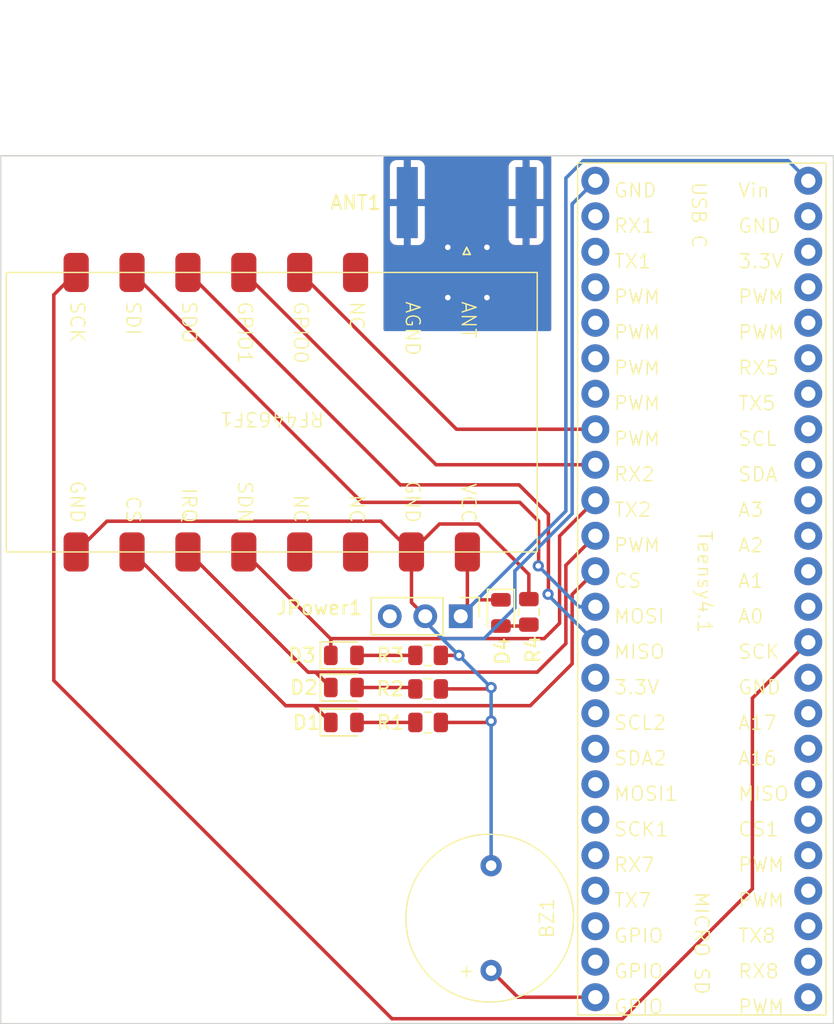
<source format=kicad_pcb>
(kicad_pcb (version 20240108) (generator "pcbnew") (generator_version "8.0")
  (layers (0 "F.Cu" signal) (31 "B.Cu" signal) (34 "B.Paste" user) (35 "F.Paste" user) (36 "B.SilkS" user "B.Silkscreen") (37 "F.SilkS" user "F.Silkscreen") (38 "B.Mask" user) (39 "F.Mask" user) (44 "Edge.Cuts" user))
  (net 0 "")
  (net 1 "Net-(ANT1-In)")
  (net 2 "Net-(ANT1-Ext)")
  (net 3 "/5V")
  (net 4 "/GND")
  (net 12 "/GPIO1")
  (net 13 "/GPIO0")
  (net 14 "/SDN")
  (net 15 "/IRQ")
  (net 16 "/CS")
  (net 17 "/MOSI")
  (net 18 "/MISO")
  (net 19 "/SCK")
  (net 38 "Net-(BZ1-+)")
  (net 55 "Net-(D1-A)")
  (net 56 "Net-(D2-A)")
  (net 57 "Net-(D3-A)")
  (net 58 "Net-(D4-A)")
  (footprint "Avionics:RF4463F30" (layer "F.Cu") (at 127 85.2 180)
    (property "Reference" "RF4463F1" (at 0 -0.5 180) (layer "F.SilkS") (effects (font (thickness 0.1))))
    (property "Value" "~" (hide yes))
    (fp_rect (start -19 -10) (end 19 10) (stroke (width 0.1)) (fill none) (layer "F.SilkS"))
    (fp_text user "AGND" (at -9.5 8 -90) (layer "F.SilkS") (effects (font (thickness 0.1)) (justify left bottom)))
    (fp_text user "SDI" (at 10.5 8 -90) (layer "F.SilkS") (effects (font (thickness 0.1)) (justify left bottom)))
    (fp_text user "GPIO1" (at 2.5 8 -90) (layer "F.SilkS") (effects (font (thickness 0.1)) (justify left bottom)))
    (fp_text user "GPIO0" (at -1.5 8 -90) (layer "F.SilkS") (effects (font (thickness 0.1)) (justify left bottom)))
    (fp_text user "NC" (at -5.5 8 -90) (layer "F.SilkS") (effects (font (thickness 0.1)) (justify left bottom)))
    (fp_text user "CS" (at 10.5 -8 -90) (layer "F.SilkS") (effects (font (thickness 0.1)) (justify right bottom)))
    (fp_text user "GND" (at -9.5 -8 -90) (layer "F.SilkS") (effects (font (thickness 0.1)) (justify right bottom)))
    (fp_text user "GND" (at 14.5 -8 -90) (layer "F.SilkS") (effects (font (thickness 0.1)) (justify right bottom)))
    (fp_text user "SCK" (at 14.5 8 -90) (layer "F.SilkS") (effects (font (thickness 0.1)) (justify left bottom)))
    (fp_text user "NC" (at -5.5 -8 -90) (layer "F.SilkS") (effects (font (thickness 0.1)) (justify right bottom)))
    (fp_text user "IRQ" (at 6.5 -8 -90) (layer "F.SilkS") (effects (font (thickness 0.1)) (justify right bottom)))
    (fp_text user "ANT" (at -13.5 8 -90) (layer "F.SilkS") (effects (font (thickness 0.1)) (justify left bottom)))
    (fp_text user "NC" (at -1.5 -8 -90) (layer "F.SilkS") (effects (font (thickness 0.1)) (justify right bottom)))
    (fp_text user "SDO" (at 6.5 8 -90) (layer "F.SilkS") (effects (font (thickness 0.1)) (justify left bottom)))
    (fp_text user "VCC" (at -13.5 -8 -90) (layer "F.SilkS") (effects (font (thickness 0.1)) (justify right bottom)))
    (fp_text user "SDN" (at 2.5 -8 -90) (layer "F.SilkS") (effects (font (thickness 0.1)) (justify right bottom)))
    (pad "1" smd roundrect (at -14 -10 270) (size 2.8 1.8) (layers "F.Cu" "F.Paste" "F.Mask") (net 3 "/5V"))
    (pad "2" smd roundrect (at -10 -10 270) (size 2.8 1.8) (layers "F.Cu" "F.Paste" "F.Mask") (net 4 "/GND"))
    (pad "3" smd roundrect (at -6 -10 270) (size 2.8 1.8) (layers "F.Cu" "F.Paste" "F.Mask"))
    (pad "4" smd roundrect (at -2 -10 270) (size 2.8 1.8) (layers "F.Cu" "F.Paste" "F.Mask"))
    (pad "5" smd roundrect (at 2 -10 270) (size 2.8 1.8) (layers "F.Cu" "F.Paste" "F.Mask") (net 14 "/SDN"))
    (pad "6" smd roundrect (at 6 -10 270) (size 2.8 1.8) (layers "F.Cu" "F.Paste" "F.Mask") (net 15 "/IRQ"))
    (pad "7" smd roundrect (at 10 -10 270) (size 2.8 1.8) (layers "F.Cu" "F.Paste" "F.Mask") (net 16 "/CS"))
    (pad "8" smd roundrect (at 14 -10 270) (size 2.8 1.8) (layers "F.Cu" "F.Paste" "F.Mask") (net 4 "/GND"))
    (pad "9" smd roundrect (at 14 10 270) (size 2.8 1.8) (layers "F.Cu" "F.Paste" "F.Mask") (net 19 "/SCK"))
    (pad "10" smd roundrect (at 10 10 270) (size 2.8 1.8) (layers "F.Cu" "F.Paste" "F.Mask") (net 17 "/MOSI"))
    (pad "11" smd roundrect (at 6 10 270) (size 2.8 1.8) (layers "F.Cu" "F.Paste" "F.Mask") (net 18 "/MISO"))
    (pad "12" smd roundrect (at 2 10 270) (size 2.8 1.8) (layers "F.Cu" "F.Paste" "F.Mask") (net 12 "/GPIO1"))
    (pad "13" smd roundrect (at -2 10 270) (size 2.8 1.8) (layers "F.Cu" "F.Paste" "F.Mask") (net 13 "/GPIO0"))
    (pad "14" smd roundrect (at -6 10 270) (size 2.8 1.8) (layers "F.Cu" "F.Paste" "F.Mask"))
    (pad "15" smd roundrect (at -10 10 270) (size 2.8 1.8) (layers "F.Cu" "F.Paste" "F.Mask") (net 2 "Net-(ANT1-Ext)"))
    (pad "16" smd roundrect (at -14 10 270) (size 2.8 1.8) (layers "F.Cu" "F.Paste" "F.Mask") (net 1 "Net-(ANT1-In)"))
  )
  (footprint "Resistor_SMD:R_0805_2012Metric" (layer "F.Cu") (at 138.1875 105)
    (property "Reference" "R2" (at -2.7125 0 360) (layer "F.SilkS"))
    (property "Value" "10k" (hide yes))
    (fp_line (start -0.227064 -0.735) (end 0.227064 -0.735) (stroke (width 0.12)) (layer "F.SilkS"))
    (fp_line (start -0.227064 0.735) (end 0.227064 0.735) (stroke (width 0.12)) (layer "F.SilkS"))
    (pad "1" smd roundrect (at -0.9125 0) (size 1.025 1.4) (layers "F.Cu" "F.Paste" "F.Mask") (roundrect_rratio 0.243902) (net 56 "Net-(D2-A)"))
    (pad "2" smd roundrect (at 0.9125 0) (size 1.025 1.4) (layers "F.Cu" "F.Paste" "F.Mask") (roundrect_rratio 0.243902) (net 4 "/GND"))
  )
  (footprint "Resistor_SMD:R_0805_2012Metric" (layer "F.Cu") (at 138.1875 102.6)
    (property "Reference" "R3" (at -2.6875 0 360) (layer "F.SilkS"))
    (property "Value" "10k" (hide yes))
    (fp_line (start -0.227064 -0.735) (end 0.227064 -0.735) (stroke (width 0.12)) (layer "F.SilkS"))
    (fp_line (start -0.227064 0.735) (end 0.227064 0.735) (stroke (width 0.12)) (layer "F.SilkS"))
    (pad "1" smd roundrect (at -0.9125 0) (size 1.025 1.4) (layers "F.Cu" "F.Paste" "F.Mask") (roundrect_rratio 0.243902) (net 57 "Net-(D3-A)"))
    (pad "2" smd roundrect (at 0.9125 0) (size 1.025 1.4) (layers "F.Cu" "F.Paste" "F.Mask") (roundrect_rratio 0.243902) (net 4 "/GND"))
  )
  (footprint "LED_SMD:LED_0805_2012Metric" (layer "F.Cu") (at 132.1625 104.9)
    (property "Reference" "D2" (at -2.8625 0 360) (layer "F.SilkS"))
    (property "Value" "LED" (hide yes))
    (fp_line (start -1.685 -0.96) (end -1.685 0.96) (stroke (width 0.12)) (layer "F.SilkS"))
    (fp_line (start -1.685 0.96) (end 1 0.96) (stroke (width 0.12)) (layer "F.SilkS"))
    (fp_line (start 1 -0.96) (end -1.685 -0.96) (stroke (width 0.12)) (layer "F.SilkS"))
    (pad "1" smd roundrect (at -0.9375 0) (size 0.975 1.4) (layers "F.Cu" "F.Paste" "F.Mask") (net 15 "/IRQ"))
    (pad "2" smd roundrect (at 0.9375 0) (size 0.975 1.4) (layers "F.Cu" "F.Paste" "F.Mask") (net 56 "Net-(D2-A)"))
  )
  (footprint "Connector_PinHeader_2.54mm:PinHeader_1x03_P2.54mm_Vertical" (layer "F.Cu") (at 140.525 99.8 -90)
    (property "Reference" "JPower1" (at -0.6 10.125 180) (layer "F.SilkS"))
    (property "Value" "Conn_01x03_Pin" (hide yes))
    (fp_line (start -1.33 6.41) (end 1.33 6.41) (stroke (width 0.12)) (layer "F.SilkS"))
    (fp_line (start -1.33 1.27) (end -1.33 6.41) (stroke (width 0.12)) (layer "F.SilkS"))
    (fp_line (start -1.33 1.27) (end 1.33 1.27) (stroke (width 0.12)) (layer "F.SilkS"))
    (fp_line (start 1.33 1.27) (end 1.33 6.41) (stroke (width 0.12)) (layer "F.SilkS"))
    (fp_line (start -1.33 0) (end -1.33 -1.33) (stroke (width 0.12)) (layer "F.SilkS"))
    (fp_line (start -1.33 -1.33) (end 0 -1.33) (stroke (width 0.12)) (layer "F.SilkS"))
    (pad "1" thru_hole rect (at 0 0 270) (size 1.7 1.7) (drill 1) (layers "*.Cu" "*.Mask") (net 3 "/5V"))
    (pad "2" thru_hole oval (at 0 2.54 270) (size 1.7 1.7) (drill 1) (layers "*.Cu" "*.Mask") (net 4 "/GND"))
    (pad "3" thru_hole oval (at 0 5.08 270) (size 1.7 1.7) (drill 1) (layers "*.Cu" "*.Mask"))
  )
  (footprint "MountingHole:MountingHole_2.2mm_M2" (layer "F.Cu") (at 110.1 69.3)
    (property "Reference" "H1" (hide yes))
    (property "Value" "MountingHole" (hide yes))
    (pad "" np_thru_hole circle (at 0 0) (size 2.2 2.2) (drill 2.2) (layers "*.Cu" "*.Mask"))
  )
  (footprint "Avionics:Adafruit_5V_Buzzer" (layer "F.Cu") (at 147.2 121.4 90)
    (property "Reference" "BZ1" (at 0 -0.5 90) (layer "F.SilkS") (effects (font (thickness 0.1))))
    (property "Value" "Buzzer")
    (fp_circle (center 0 -4.6) (end 6 -4.75) (stroke (width 0.1)) (fill none) (layer "F.SilkS"))
    (fp_text user "+" (at -4.5 -5.75 90) (layer "F.SilkS") (effects (font (thickness 0.1)) (justify left bottom)))
    (pad "1" thru_hole circle (at -3.75 -4.5 90) (size 1.524 1.524) (drill 0.762) (layers "*.Cu" "*.Mask") (net 38 "Net-(BZ1-+)"))
    (pad "2" thru_hole circle (at 3.75 -4.5 90) (size 1.524 1.524) (drill 0.762) (layers "*.Cu" "*.Mask") (net 4 "/GND"))
  )
  (footprint "Connector_Coaxial:SMA_Amphenol_132289_EdgeMount" (layer "F.Cu") (at 140.95 70.2 90)
    (property "Reference" "ANT1" (at 0 -7.95 0) (layer "F.SilkS"))
    (property "Value" "Conn_Coaxial" (hide yes))
    (fp_line (start -3.71 -0.25) (end -3.71 0.25) (stroke (width 0.12)) (layer "F.SilkS"))
    (fp_line (start -3.21 0) (end -3.71 -0.25) (stroke (width 0.12)) (layer "F.SilkS"))
    (fp_line (start -3.71 0.25) (end -3.21 0) (stroke (width 0.12)) (layer "F.SilkS"))
    (pad "1" smd rect (at 0 0 180) (size 1.5 5.08) (layers "F.Cu" "F.Paste" "F.Mask") (net 1 "Net-(ANT1-In)"))
    (pad "2" smd rect (at 0 -4.25 180) (size 1.5 5.08) (layers "F.Cu" "F.Paste" "F.Mask") (net 2 "Net-(ANT1-Ext)"))
    (pad "2" smd rect (at 0 -4.25 180) (size 1.5 5.08) (layers "B.Cu" "B.Paste" "B.Mask") (net 2 "Net-(ANT1-Ext)"))
    (pad "2" smd rect (at 0 4.25 180) (size 1.5 5.08) (layers "F.Cu" "F.Paste" "F.Mask") (net 2 "Net-(ANT1-Ext)"))
    (pad "2" smd rect (at 0 4.25 180) (size 1.5 5.08) (layers "B.Cu" "B.Paste" "B.Mask") (net 2 "Net-(ANT1-Ext)"))
  )
  (footprint "Avionics:Teensy_4.1" (layer "F.Cu") (at 157.78 97.85)
    (property "Reference" "Teensy4.1" (at 0.2 -0.5 -90) (layer "F.SilkS") (effects (font (thickness 0.1))))
    (property "Value" "~")
    (fp_line (start -8.89 -1.27) (end -8.89 -30.48) (stroke (width 0.1)) (layer "F.SilkS"))
    (fp_line (start -8.89 -1.27) (end -8.89 0) (stroke (width 0.1)) (layer "F.SilkS"))
    (fp_line (start -8.89 0) (end -8.89 30.48) (stroke (width 0.1)) (layer "F.SilkS"))
    (fp_line (start -8.89 30.48) (end 8.89 30.48) (stroke (width 0.1)) (layer "F.SilkS"))
    (fp_line (start 8.89 -30.48) (end -8.89 -30.48) (stroke (width 0.1)) (layer "F.SilkS"))
    (fp_line (start 8.89 -30.48) (end 8.89 -2.54) (stroke (width 0.1)) (layer "F.SilkS"))
    (fp_line (start 8.89 30.48) (end 8.89 -2.54) (stroke (width 0.1)) (layer "F.SilkS"))
    (fp_text user "GPIO" (at -6.35 30.48 0) (layer "F.SilkS") (effects (font (thickness 0.1)) (justify left bottom)))
    (fp_text user "MOSI1" (at -6.35 15.24 0) (layer "F.SilkS") (effects (font (thickness 0.1)) (justify left bottom)))
    (fp_text user "PWM" (at 2.54 -17.78 0) (layer "F.SilkS") (effects (font (thickness 0.1)) (justify left bottom)))
    (fp_text user "MISO" (at -6.35 5.08 0) (layer "F.SilkS") (effects (font (thickness 0.1)) (justify left bottom)))
    (fp_text user "TX8" (at 2.54 25.4 0) (layer "F.SilkS") (effects (font (thickness 0.1)) (justify left bottom)))
    (fp_text user "3.3V" (at 2.54 -22.86 0) (layer "F.SilkS") (effects (font (thickness 0.1)) (justify left bottom)))
    (fp_text user "GND" (at -6.35 -27.94 0) (layer "F.SilkS") (effects (font (thickness 0.1)) (justify left bottom)))
    (fp_text user "PWM" (at -6.35 -15.24 0) (layer "F.SilkS") (effects (font (thickness 0.1)) (justify left bottom)))
    (fp_text user "A1" (at 2.54 0 0) (layer "F.SilkS") (effects (font (thickness 0.1)) (justify left bottom)))
    (fp_text user "GPIO" (at -6.35 27.94 0) (layer "F.SilkS") (effects (font (thickness 0.1)) (justify left bottom)))
    (fp_text user "TX1" (at -6.35 -22.86 0) (layer "F.SilkS") (effects (font (thickness 0.1)) (justify left bottom)))
    (fp_text user "GND" (at 2.54 -25.4 0) (layer "F.SilkS") (effects (font (thickness 0.1)) (justify left bottom)))
    (fp_text user "PWM" (at -6.35 -2.54 0) (layer "F.SilkS") (effects (font (thickness 0.1)) (justify left bottom)))
    (fp_text user "SCL2" (at -6.35 10.16 0) (layer "F.SilkS") (effects (font (thickness 0.1)) (justify left bottom)))
    (fp_text user "RX1" (at -6.35 -25.4 0) (layer "F.SilkS") (effects (font (thickness 0.1)) (justify left bottom)))
    (fp_text user "MICRO SD" (at -0.6 21.59 -90) (layer "F.SilkS") (effects (font (thickness 0.1)) (justify left bottom)))
    (fp_text user "SCL" (at 2.54 -10.16 0) (layer "F.SilkS") (effects (font (thickness 0.1)) (justify left bottom)))
    (fp_text user "PWM" (at 2.54 20.32 0) (layer "F.SilkS") (effects (font (thickness 0.1)) (justify left bottom)))
    (fp_text user "PWM" (at 2.54 30.48 0) (layer "F.SilkS") (effects (font (thickness 0.1)) (justify left bottom)))
    (fp_text user "RX8" (at 2.54 27.94 0) (layer "F.SilkS") (effects (font (thickness 0.1)) (justify left bottom)))
    (fp_text user "RX5" (at 2.54 -15.24 0) (layer "F.SilkS") (effects (font (thickness 0.1)) (justify left bottom)))
    (fp_text user "SCK" (at 2.54 5.08 0) (layer "F.SilkS") (effects (font (thickness 0.1)) (justify left bottom)))
    (fp_text user "CS" (at -6.35 0 0) (layer "F.SilkS") (effects (font (thickness 0.1)) (justify left bottom)))
    (fp_text user "TX2" (at -6.35 -5.08 0) (layer "F.SilkS") (effects (font (thickness 0.1)) (justify left bottom)))
    (fp_text user "USB C" (at -0.8 -29.2 -90) (layer "F.SilkS") (effects (font (thickness 0.1)) (justify left bottom)))
    (fp_text user "TX5" (at 2.54 -12.7 0) (layer "F.SilkS") (effects (font (thickness 0.1)) (justify left bottom)))
    (fp_text user "SDA" (at 2.54 -7.62 0) (layer "F.SilkS") (effects (font (thickness 0.1)) (justify left bottom)))
    (fp_text user "TX7" (at -6.35 22.86 0) (layer "F.SilkS") (effects (font (thickness 0.1)) (justify left bottom)))
    (fp_text user "GND" (at 2.54 7.62 0) (layer "F.SilkS") (effects (font (thickness 0.1)) (justify left bottom)))
    (fp_text user "SCK1" (at -6.35 17.78 0) (layer "F.SilkS") (effects (font (thickness 0.1)) (justify left bottom)))
    (fp_text user "PWM" (at -6.35 -12.7 0) (layer "F.SilkS") (effects (font (thickness 0.1)) (justify left bottom)))
    (fp_text user "3.3V" (at -6.35 7.62 0) (layer "F.SilkS") (effects (font (thickness 0.1)) (justify left bottom)))
    (fp_text user "CS1" (at 2.54 17.78 0) (layer "F.SilkS") (effects (font (thickness 0.1)) (justify left bottom)))
    (fp_text user "RX2" (at -6.35 -7.62 0) (layer "F.SilkS") (effects (font (thickness 0.1)) (justify left bottom)))
    (fp_text user "MOSI" (at -6.35 2.54 0) (layer "F.SilkS") (effects (font (thickness 0.1)) (justify left bottom)))
    (fp_text user "A2" (at 2.54 -2.54 0) (layer "F.SilkS") (effects (font (thickness 0.1)) (justify left bottom)))
    (fp_text user "A16" (at 2.54 12.7 0) (layer "F.SilkS") (effects (font (thickness 0.1)) (justify left bottom)))
    (fp_text user "PWM" (at -6.35 -10.16 0) (layer "F.SilkS") (effects (font (thickness 0.1)) (justify left bottom)))
    (fp_text user "SDA2" (at -6.35 12.7 0) (layer "F.SilkS") (effects (font (thickness 0.1)) (justify left bottom)))
    (fp_text user "Vin" (at 2.54 -27.94 0) (layer "F.SilkS") (effects (font (thickness 0.1)) (justify left bottom)))
    (fp_text user "PWM" (at -6.35 -20.32 0) (layer "F.SilkS") (effects (font (thickness 0.1)) (justify left bottom)))
    (fp_text user "PWM" (at -6.35 -17.78 0) (layer "F.SilkS") (effects (font (thickness 0.1)) (justify left bottom)))
    (fp_text user "A0" (at 2.54 2.54 0) (layer "F.SilkS") (effects (font (thickness 0.1)) (justify left bottom)))
    (fp_text user "PWM" (at 2.54 -20.32 0) (layer "F.SilkS") (effects (font (thickness 0.1)) (justify left bottom)))
    (fp_text user "A17" (at 2.54 10.16 0) (layer "F.SilkS") (effects (font (thickness 0.1)) (justify left bottom)))
    (fp_text user "MISO" (at 2.54 15.24 0) (layer "F.SilkS") (effects (font (thickness 0.1)) (justify left bottom)))
    (fp_text user "GPIO" (at -6.35 25.4 0) (layer "F.SilkS") (effects (font (thickness 0.1)) (justify left bottom)))
    (fp_text user "A3" (at 2.54 -5.08 0) (layer "F.SilkS") (effects (font (thickness 0.1)) (justify left bottom)))
    (fp_text user "PWM" (at 2.54 22.86 0) (layer "F.SilkS") (effects (font (thickness 0.1)) (justify left bottom)))
    (fp_text user "RX7" (at -6.35 20.32 0) (layer "F.SilkS") (effects (font (thickness 0.1)) (justify left bottom)))
    (pad "0" thru_hole circle (at -7.62 -26.67) (size 2 2) (drill 1.02) (layers "*.Cu" "*.Mask"))
    (pad "1" thru_hole circle (at -7.62 -24.13) (size 2 2) (drill 1.02) (layers "*.Cu" "*.Mask"))
    (pad "2" thru_hole circle (at -7.62 -21.59) (size 2 2) (drill 1.02) (layers "*.Cu" "*.Mask"))
    (pad "3" thru_hole circle (at -7.62 -19.05) (size 2 2) (drill 1.02) (layers "*.Cu" "*.Mask"))
    (pad "3V" thru_hole circle (at -7.62 6.35) (size 2 2) (drill 1.02) (layers "*.Cu" "*.Mask"))
    (pad "3V1" thru_hole circle (at 7.62 -24.13) (size 2 2) (drill 1.02) (layers "*.Cu" "*.Mask"))
    (pad "4" thru_hole circle (at -7.62 -16.51) (size 2 2) (drill 1.02) (layers "*.Cu" "*.Mask"))
    (pad "5" thru_hole circle (at -7.62 -13.97) (size 2 2) (drill 1.02) (layers "*.Cu" "*.Mask"))
    (pad "5V" thru_hole circle (at 7.62 -29.21) (size 2 2) (drill 1.02) (layers "*.Cu" "*.Mask") (net 3 "/5V"))
    (pad "6" thru_hole circle (at -7.62 -11.43) (size 2 2) (drill 1.02) (layers "*.Cu" "*.Mask") (net 13 "/GPIO0"))
    (pad "7" thru_hole circle (at -7.62 -8.89) (size 2 2) (drill 1.02) (layers "*.Cu" "*.Mask") (net 12 "/GPIO1"))
    (pad "8" thru_hole circle (at -7.62 -6.35) (size 2 2) (drill 1.02) (layers "*.Cu" "*.Mask") (net 14 "/SDN"))
    (pad "9" thru_hole circle (at -7.62 -3.81) (size 2 2) (drill 1.02) (layers "*.Cu" "*.Mask") (net 15 "/IRQ"))
    (pad "10" thru_hole circle (at -7.62 -1.27) (size 2 2) (drill 1.02) (layers "*.Cu" "*.Mask") (net 16 "/CS"))
    (pad "11" thru_hole circle (at -7.62 1.27) (size 2 2) (drill 1.02) (layers "*.Cu" "*.Mask") (net 17 "/MOSI"))
    (pad "12" thru_hole circle (at -7.62 3.81) (size 2 2) (drill 1.02) (layers "*.Cu" "*.Mask") (net 18 "/MISO"))
    (pad "13" thru_hole circle (at 7.62 3.81) (size 2 2) (drill 1.02) (layers "*.Cu" "*.Mask") (net 19 "/SCK"))
    (pad "14" thru_hole circle (at 7.62 1.27) (size 2 2) (drill 1.02) (layers "*.Cu" "*.Mask"))
    (pad "15" thru_hole circle (at 7.62 -1.27) (size 2 2) (drill 1.02) (layers "*.Cu" "*.Mask"))
    (pad "16" thru_hole circle (at 7.62 -3.81) (size 2 2) (drill 1.02) (layers "*.Cu" "*.Mask"))
    (pad "17" thru_hole circle (at 7.62 -6.35) (size 2 2) (drill 1.02) (layers "*.Cu" "*.Mask"))
    (pad "18" thru_hole circle (at 7.62 -8.89) (size 2 2) (drill 1.02) (layers "*.Cu" "*.Mask"))
    (pad "19" thru_hole circle (at 7.62 -11.43) (size 2 2) (drill 1.02) (layers "*.Cu" "*.Mask"))
    (pad "20" thru_hole circle (at 7.62 -13.97) (size 2 2) (drill 1.02) (layers "*.Cu" "*.Mask"))
    (pad "21" thru_hole circle (at 7.62 -16.51) (size 2 2) (drill 1.02) (layers "*.Cu" "*.Mask"))
    (pad "22" thru_hole circle (at 7.62 -19.05) (size 2 2) (drill 1.02) (layers "*.Cu" "*.Mask"))
    (pad "23" thru_hole circle (at 7.62 -21.59) (size 2 2) (drill 1.02) (layers "*.Cu" "*.Mask"))
    (pad "24" thru_hole circle (at -7.62 8.89) (size 2 2) (drill 1.02) (layers "*.Cu" "*.Mask"))
    (pad "25" thru_hole circle (at -7.62 11.43) (size 2 2) (drill 1.02) (layers "*.Cu" "*.Mask"))
    (pad "26" thru_hole circle (at -7.62 13.97) (size 2 2) (drill 1.02) (layers "*.Cu" "*.Mask"))
    (pad "27" thru_hole circle (at -7.62 16.51) (size 2 2) (drill 1.02) (layers "*.Cu" "*.Mask"))
    (pad "28" thru_hole circle (at -7.62 19.05) (size 2 2) (drill 1.02) (layers "*.Cu" "*.Mask"))
    (pad "29" thru_hole circle (at -7.62 21.59) (size 2 2) (drill 1.02) (layers "*.Cu" "*.Mask"))
    (pad "30" thru_hole circle (at -7.62 24.13) (size 2 2) (drill 1.02) (layers "*.Cu" "*.Mask"))
    (pad "31" thru_hole circle (at -7.62 26.67) (size 2 2) (drill 1.02) (layers "*.Cu" "*.Mask"))
    (pad "32" thru_hole circle (at -7.62 29.21) (size 2 2) (drill 1.02) (layers "*.Cu" "*.Mask") (net 38 "Net-(BZ1-+)"))
    (pad "33" thru_hole circle (at 7.62 29.21) (size 2 2) (drill 1.02) (layers "*.Cu" "*.Mask"))
    (pad "34" thru_hole circle (at 7.62 26.67) (size 2 2) (drill 1.02) (layers "*.Cu" "*.Mask"))
    (pad "35" thru_hole circle (at 7.62 24.13) (size 2 2) (drill 1.02) (layers "*.Cu" "*.Mask"))
    (pad "36" thru_hole circle (at 7.62 21.59) (size 2 2) (drill 1.02) (layers "*.Cu" "*.Mask"))
    (pad "37" thru_hole circle (at 7.62 19.05) (size 2 2) (drill 1.02) (layers "*.Cu" "*.Mask"))
    (pad "38" thru_hole circle (at 7.62 16.51) (size 2 2) (drill 1.02) (layers "*.Cu" "*.Mask"))
    (pad "39" thru_hole circle (at 7.62 13.97) (size 2 2) (drill 1.02) (layers "*.Cu" "*.Mask"))
    (pad "40" thru_hole circle (at 7.62 11.43) (size 2 2) (drill 1.02) (layers "*.Cu" "*.Mask"))
    (pad "41" thru_hole circle (at 7.62 8.89) (size 2 2) (drill 1.02) (layers "*.Cu" "*.Mask"))
    (pad "G" thru_hole circle (at -7.62 -29.21) (size 2 2) (drill 1.02) (layers "*.Cu" "*.Mask") (net 4 "/GND"))
    (pad "G1" thru_hole circle (at 7.62 -26.67) (size 2 2) (drill 1.02) (layers "*.Cu" "*.Mask"))
    (pad "G2" thru_hole circle (at 7.62 6.35) (size 2 2) (drill 1.02) (layers "*.Cu" "*.Mask"))
  )
  (footprint "Resistor_SMD:R_0805_2012Metric" (layer "F.Cu") (at 138.1875 107.4)
    (property "Reference" "R1" (at -2.6875 0 360) (layer "F.SilkS"))
    (property "Value" "10k")
    (fp_line (start -0.227064 -0.735) (end 0.227064 -0.735) (stroke (width 0.12)) (layer "F.SilkS"))
    (fp_line (start -0.227064 0.735) (end 0.227064 0.735) (stroke (width 0.12)) (layer "F.SilkS"))
    (pad "1" smd roundrect (at -0.9125 0) (size 1.025 1.4) (layers "F.Cu" "F.Paste" "F.Mask") (roundrect_rratio 0.243902) (net 55 "Net-(D1-A)"))
    (pad "2" smd roundrect (at 0.9125 0) (size 1.025 1.4) (layers "F.Cu" "F.Paste" "F.Mask") (roundrect_rratio 0.243902) (net 4 "/GND"))
  )
  (footprint "LED_SMD:LED_0805_2012Metric" (layer "F.Cu") (at 132.1625 102.6)
    (property "Reference" "D3" (at -3 0 360) (layer "F.SilkS"))
    (property "Value" "LED" (hide yes))
    (fp_line (start -1.685 -0.96) (end -1.685 0.96) (stroke (width 0.12)) (layer "F.SilkS"))
    (fp_line (start -1.685 0.96) (end 1 0.96) (stroke (width 0.12)) (layer "F.SilkS"))
    (fp_line (start 1 -0.96) (end -1.685 -0.96) (stroke (width 0.12)) (layer "F.SilkS"))
    (pad "1" smd roundrect (at -0.9375 0) (size 0.975 1.4) (layers "F.Cu" "F.Paste" "F.Mask") (net 14 "/SDN"))
    (pad "2" smd roundrect (at 0.9375 0) (size 0.975 1.4) (layers "F.Cu" "F.Paste" "F.Mask") (net 57 "Net-(D3-A)"))
  )
  (footprint "MountingHole:MountingHole_2.2mm_M2" (layer "F.Cu") (at 110.1 126.4)
    (property "Reference" "H3" (hide yes))
    (property "Value" "MountingHole" (hide yes))
    (pad "" np_thru_hole circle (at 0 0) (size 2.2 2.2) (drill 2.2) (layers "*.Cu" "*.Mask"))
  )
  (footprint "LED_SMD:LED_0805_2012Metric" (layer "F.Cu") (at 132.1625 107.4)
    (property "Reference" "D1" (at -2.6625 0 360) (layer "F.SilkS"))
    (property "Value" "LED" (hide yes))
    (fp_line (start -1.685 -0.96) (end -1.685 0.96) (stroke (width 0.12)) (layer "F.SilkS"))
    (fp_line (start -1.685 0.96) (end 1 0.96) (stroke (width 0.12)) (layer "F.SilkS"))
    (fp_line (start 1 -0.96) (end -1.685 -0.96) (stroke (width 0.12)) (layer "F.SilkS"))
    (pad "1" smd roundrect (at -0.9375 0) (size 0.975 1.4) (layers "F.Cu" "F.Paste" "F.Mask") (net 16 "/CS"))
    (pad "2" smd roundrect (at 0.9375 0) (size 0.975 1.4) (layers "F.Cu" "F.Paste" "F.Mask") (net 55 "Net-(D1-A)"))
  )
  (footprint "Resistor_SMD:R_0805_2012Metric" (layer "F.Cu") (at 145.4 99.4875 90)
    (property "Reference" "R4" (at -2.6875 0.3 90) (layer "F.SilkS"))
    (property "Value" "10k")
    (fp_line (start -0.227064 -0.735) (end 0.227064 -0.735) (stroke (width 0.12)) (layer "F.SilkS"))
    (fp_line (start -0.227064 0.735) (end 0.227064 0.735) (stroke (width 0.12)) (layer "F.SilkS"))
    (pad "1" smd roundrect (at -0.9125 0 90) (size 1.025 1.4) (layers "F.Cu" "F.Paste" "F.Mask") (roundrect_rratio 0.243902) (net 58 "Net-(D4-A)"))
    (pad "2" smd roundrect (at 0.9125 0 90) (size 1.025 1.4) (layers "F.Cu" "F.Paste" "F.Mask") (roundrect_rratio 0.243902) (net 4 "/GND"))
  )
  (footprint "LED_SMD:LED_0805_2012Metric" (layer "F.Cu") (at 143.4 99.5625 -90)
    (property "Reference" "D4" (at 2.7375 -0.1 90) (layer "F.SilkS"))
    (property "Value" "LED" (hide yes))
    (fp_line (start -1.685 0.96) (end 1 0.96) (stroke (width 0.12)) (layer "F.SilkS"))
    (fp_line (start -1.685 -0.96) (end -1.685 0.96) (stroke (width 0.12)) (layer "F.SilkS"))
    (fp_line (start 1 -0.96) (end -1.685 -0.96) (stroke (width 0.12)) (layer "F.SilkS"))
    (pad "1" smd roundrect (at -0.9375 0 270) (size 0.975 1.4) (layers "F.Cu" "F.Paste" "F.Mask") (net 3 "/5V"))
    (pad "2" smd roundrect (at 0.9375 0 270) (size 0.975 1.4) (layers "F.Cu" "F.Paste" "F.Mask") (net 58 "Net-(D4-A)"))
  )
  (footprint "MountingHole:MountingHole_2.2mm_M2" (layer "F.Cu") (at 146.2 108.8)
    (property "Reference" "H2" (hide yes))
    (property "Value" "MountingHole" (hide yes))
    (pad "" np_thru_hole circle (at 0 0) (size 2.2 2.2) (drill 2.2) (layers "*.Cu" "*.Mask"))
  )
  (gr_rect (start 107.6 66.85) (end 167.2 128.95) (stroke (width 0.1)) (fill none) (layer "Edge.Cuts"))
  (segment (start 140.95 75.15) (end 140.95 70.2) (width 0.335596) (layer "F.Cu") (net 1))
  (via (at 142.4 77) (size 0.8) (drill 0.4) (layers "F.Cu" "B.Cu") (net 2))
  (via (at 139.6 73.4) (size 0.8) (drill 0.4) (layers "F.Cu" "B.Cu") (net 2))
  (via (at 139.6 77) (size 0.8) (drill 0.4) (layers "F.Cu" "B.Cu") (net 2))
  (via (at 142.4 73.4) (size 0.8) (drill 0.4) (layers "F.Cu" "B.Cu") (net 2))
  (segment (start 141 99.325) (end 141 95.2) (width 0.25) (layer "F.Cu") (net 3))
  (segment (start 143.4 98.625) (end 141.7 98.625) (width 0.25) (layer "F.Cu") (net 3))
  (segment (start 141.7 98.625) (end 140.525 99.8) (width 0.25) (layer "F.Cu") (net 3))
  (segment (start 163.96 67.2) (end 165.4 68.64) (width 0.25) (layer "B.Cu") (net 3))
  (segment (start 148.05 92.275) (end 148.05 68.45) (width 0.25) (layer "B.Cu") (net 3))
  (segment (start 148.05 68.45) (end 149.3 67.2) (width 0.25) (layer "B.Cu") (net 3))
  (segment (start 149.3 67.2) (end 163.96 67.2) (width 0.25) (layer "B.Cu") (net 3))
  (segment (start 140.525 99.8) (end 148.05 92.275) (width 0.25) (layer "B.Cu") (net 3))
  (segment (start 145.4 96.8) (end 141.8 93.2) (width 0.25) (layer "F.Cu") (net 4))
  (segment (start 142.6 105) (end 142.7 104.9) (width 0.25) (layer "F.Cu") (net 4))
  (segment (start 142.6 107.4) (end 142.7 107.3) (width 0.25) (layer "F.Cu") (net 4))
  (segment (start 134.8 93) (end 137 95.2) (width 0.25) (layer "F.Cu") (net 4))
  (segment (start 139.1 102.6) (end 140.4 102.6) (width 0.25) (layer "F.Cu") (net 4))
  (segment (start 141.8 93.2) (end 139 93.2) (width 0.25) (layer "F.Cu") (net 4))
  (segment (start 145.4 98.575) (end 145.4 96.8) (width 0.25) (layer "F.Cu") (net 4))
  (segment (start 137 98.815) (end 137.985 99.8) (width 0.25) (layer "F.Cu") (net 4))
  (segment (start 139.1 105) (end 142.6 105) (width 0.25) (layer "F.Cu") (net 4))
  (segment (start 139.1 107.4) (end 142.6 107.4) (width 0.25) (layer "F.Cu") (net 4))
  (segment (start 115.2 93) (end 134.8 93) (width 0.25) (layer "F.Cu") (net 4))
  (segment (start 137 95.2) (end 137 98.815) (width 0.25) (layer "F.Cu") (net 4))
  (segment (start 113 95.2) (end 115.2 93) (width 0.25) (layer "F.Cu") (net 4))
  (segment (start 139 93.2) (end 137 95.2) (width 0.25) (layer "F.Cu") (net 4))
  (via (at 142.7 104.9) (size 0.8) (drill 0.4) (layers "F.Cu" "B.Cu") (net 4))
  (via (at 142.7 107.3) (size 0.8) (drill 0.4) (layers "F.Cu" "B.Cu") (net 4))
  (via (at 140.4 102.6) (size 0.8) (drill 0.4) (layers "F.Cu" "B.Cu") (net 4))
  (segment (start 144.4 99.2) (end 144.4 96.561396) (width 0.25) (layer "B.Cu") (net 4))
  (segment (start 142.7 117.65) (end 142.7 107.3) (width 0.25) (layer "B.Cu") (net 4))
  (segment (start 148.5 70.3) (end 150.16 68.64) (width 0.25) (layer "B.Cu") (net 4))
  (segment (start 142.2 101.4) (end 144.4 99.2) (width 0.25) (layer "B.Cu") (net 4))
  (segment (start 137.985 100.185) (end 138.6 100.8) (width 0.25) (layer "B.Cu") (net 4))
  (segment (start 138.6 100.8) (end 139.2 101.4) (width 0.25) (layer "B.Cu") (net 4))
  (segment (start 142.7 104.9) (end 140.4 102.6) (width 0.25) (layer "B.Cu") (net 4))
  (segment (start 139.2 101.4) (end 142.2 101.4) (width 0.25) (layer "B.Cu") (net 4))
  (segment (start 148.5 92.461396) (end 148.5 70.3) (width 0.25) (layer "B.Cu") (net 4))
  (segment (start 144.4 96.561396) (end 148.5 92.461396) (width 0.25) (layer "B.Cu") (net 4))
  (segment (start 140.4 102.6) (end 138.6 100.8) (width 0.25) (layer "B.Cu") (net 4))
  (segment (start 142.7 107.3) (end 142.7 104.9) (width 0.25) (layer "B.Cu") (net 4))
  (segment (start 125 75.2) (end 138.76 88.96) (width 0.25) (layer "F.Cu") (net 12))
  (segment (start 138.76 88.96) (end 150.16 88.96) (width 0.25) (layer "F.Cu") (net 12))
  (segment (start 140.22 86.42) (end 150.16 86.42) (width 0.25) (layer "F.Cu") (net 13))
  (segment (start 129 75.2) (end 140.22 86.42) (width 0.25) (layer "F.Cu") (net 13))
  (segment (start 147.6 100.3) (end 147.6 94.06) (width 0.25) (layer "F.Cu") (net 14))
  (segment (start 147.6 94.06) (end 150.16 91.5) (width 0.25) (layer "F.Cu") (net 14))
  (segment (start 146.5 101.4) (end 147.6 100.3) (width 0.25) (layer "F.Cu") (net 14))
  (segment (start 131.2 101.4) (end 146.5 101.4) (width 0.25) (layer "F.Cu") (net 14))
  (segment (start 125 95.2) (end 131.2 101.4) (width 0.25) (layer "F.Cu") (net 14))
  (segment (start 131.225 101.425) (end 131.225 102.6) (width 0.25) (layer "F.Cu") (net 14))
  (segment (start 131.2 101.4) (end 131.225 101.425) (width 0.25) (layer "F.Cu") (net 14))
  (segment (start 130.125 103.8) (end 131.225 104.9) (width 0.25) (layer "F.Cu") (net 15))
  (segment (start 146 103.8) (end 148.05 101.75) (width 0.25) (layer "F.Cu") (net 15))
  (segment (start 148.05 101.75) (end 148.05 96.15) (width 0.25) (layer "F.Cu") (net 15))
  (segment (start 129.6 103.8) (end 146 103.8) (width 0.25) (layer "F.Cu") (net 15))
  (segment (start 129.6 103.8) (end 130.125 103.8) (width 0.25) (layer "F.Cu") (net 15))
  (segment (start 121 95.2) (end 129.6 103.8) (width 0.25) (layer "F.Cu") (net 15))
  (segment (start 148.05 96.15) (end 150.16 94.04) (width 0.25) (layer "F.Cu") (net 15))
  (segment (start 130.025 106.2) (end 131.225 107.4) (width 0.25) (layer "F.Cu") (net 16))
  (segment (start 117 95.2) (end 128 106.2) (width 0.25) (layer "F.Cu") (net 16))
  (segment (start 128 106.2) (end 130.025 106.2) (width 0.25) (layer "F.Cu") (net 16))
  (segment (start 128 106.2) (end 145.5 106.2) (width 0.25) (layer "F.Cu") (net 16))
  (segment (start 148.5 103.2) (end 148.5 98.24) (width 0.25) (layer "F.Cu") (net 16))
  (segment (start 145.5 106.2) (end 148.5 103.2) (width 0.25) (layer "F.Cu") (net 16))
  (segment (start 148.5 98.24) (end 150.16 96.58) (width 0.25) (layer "F.Cu") (net 16))
  (segment (start 146.1 93) (end 146.1 96.2) (width 0.25) (layer "F.Cu") (net 17))
  (segment (start 144.75 91.65) (end 146.1 93) (width 0.25) (layer "F.Cu") (net 17))
  (segment (start 133.45 91.65) (end 144.75 91.65) (width 0.25) (layer "F.Cu") (net 17))
  (segment (start 146.1 96.2) (end 146.075 96.2) (width 0.25) (layer "F.Cu") (net 17))
  (segment (start 117 75.2) (end 133.45 91.65) (width 0.25) (layer "F.Cu") (net 17))
  (via (at 146.075 96.2) (size 0.8) (drill 0.4) (layers "F.Cu" "B.Cu") (net 17))
  (segment (start 148.995 99.12) (end 150.16 99.12) (width 0.25) (layer "B.Cu") (net 17))
  (segment (start 146.075 96.2) (end 148.995 99.12) (width 0.25) (layer "B.Cu") (net 17))
  (segment (start 136.2 90.4) (end 121 75.2) (width 0.25) (layer "F.Cu") (net 18))
  (segment (start 146.8 92.5) (end 144.7 90.4) (width 0.25) (layer "F.Cu") (net 18))
  (segment (start 146.8 98.1) (end 146.8 92.5) (width 0.25) (layer "F.Cu") (net 18))
  (segment (start 144.7 90.4) (end 136.2 90.4) (width 0.25) (layer "F.Cu") (net 18))
  (segment (start 146.8 98.1) (end 146.8 98.2) (width 0.25) (layer "F.Cu") (net 18))
  (segment (start 146.8 98.2) (end 146.774847 98.225153) (width 0.25) (layer "F.Cu") (net 18))
  (via (at 146.774847 98.225153) (size 0.8) (drill 0.4) (layers "F.Cu" "B.Cu") (net 18))
  (segment (start 146.774847 98.225153) (end 146.774847 98.274847) (width 0.25) (layer "B.Cu") (net 18))
  (segment (start 146.774847 98.274847) (end 150.16 101.66) (width 0.25) (layer "B.Cu") (net 18))
  (segment (start 161.4 105.66) (end 165.4 101.66) (width 0.25) (layer "F.Cu") (net 19))
  (segment (start 161.4 119.3) (end 161.4 105.66) (width 0.25) (layer "F.Cu") (net 19))
  (segment (start 111.4 104.4) (end 135.6 128.6) (width 0.25) (layer "F.Cu") (net 19))
  (segment (start 113 75.2) (end 111.4 76.8) (width 0.25) (layer "F.Cu") (net 19))
  (segment (start 152.1 128.6) (end 161.4 119.3) (width 0.25) (layer "F.Cu") (net 19))
  (segment (start 135.6 128.6) (end 152.1 128.6) (width 0.25) (layer "F.Cu") (net 19))
  (segment (start 111.4 76.8) (end 111.4 104.4) (width 0.25) (layer "F.Cu") (net 19))
  (segment (start 144.61 127.06) (end 150.16 127.06) (width 0.25) (layer "F.Cu") (net 38))
  (segment (start 142.7 125.15) (end 144.61 127.06) (width 0.25) (layer "F.Cu") (net 38))
  (segment (start 133.1 107.4) (end 137.275 107.4) (width 0.25) (layer "F.Cu") (net 55))
  (segment (start 133.1 104.9) (end 137.175 104.9) (width 0.25) (layer "F.Cu") (net 56))
  (segment (start 133.1 102.6) (end 137.275 102.6) (width 0.25) (layer "F.Cu") (net 57))
  (segment (start 143.4 100.5) (end 145.3 100.5) (width 0.25) (layer "F.Cu") (net 58))
  (zone (net 2) (net_name "Net-(ANT1-Ext)") (layers "F&B.Cu") (connect_pads (clearance 0.2)) (min_thickness 0.25) (fill yes (thermal_gap 0.5) (thermal_bridge_width 0.5))
    (polygon (pts (xy 135 66.8) (xy 135 79.4) (xy 147 79.4) (xy 147 66.8)))
  )
)
</source>
